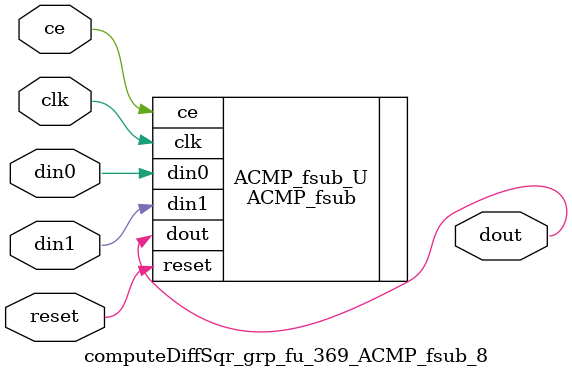
<source format=v>

`timescale 1 ns / 1 ps
module computeDiffSqr_grp_fu_369_ACMP_fsub_8(
    clk,
    reset,
    ce,
    din0,
    din1,
    dout);

parameter ID = 32'd1;
parameter NUM_STAGE = 32'd1;
parameter din0_WIDTH = 32'd1;
parameter din1_WIDTH = 32'd1;
parameter dout_WIDTH = 32'd1;
input clk;
input reset;
input ce;
input[din0_WIDTH - 1:0] din0;
input[din1_WIDTH - 1:0] din1;
output[dout_WIDTH - 1:0] dout;



ACMP_fsub #(
.ID( ID ),
.NUM_STAGE( 4 ),
.din0_WIDTH( din0_WIDTH ),
.din1_WIDTH( din1_WIDTH ),
.dout_WIDTH( dout_WIDTH ))
ACMP_fsub_U(
    .clk( clk ),
    .reset( reset ),
    .ce( ce ),
    .din0( din0 ),
    .din1( din1 ),
    .dout( dout ));

endmodule

</source>
